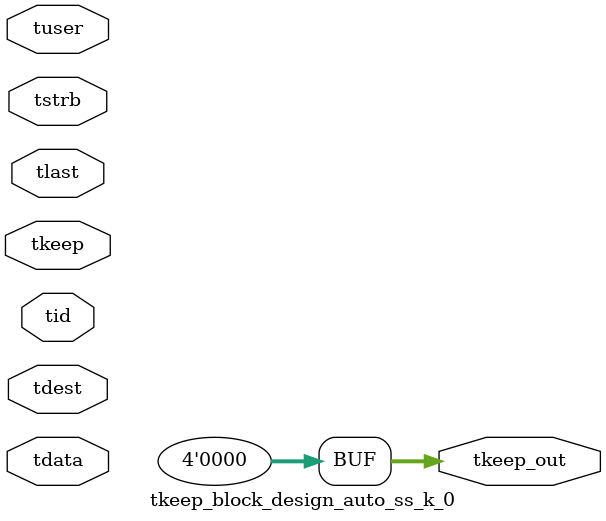
<source format=v>


`timescale 1ps/1ps

module tkeep_block_design_auto_ss_k_0 #
(
parameter C_S_AXIS_TDATA_WIDTH = 32,
parameter C_S_AXIS_TUSER_WIDTH = 0,
parameter C_S_AXIS_TID_WIDTH   = 0,
parameter C_S_AXIS_TDEST_WIDTH = 0,
parameter C_M_AXIS_TDATA_WIDTH = 32
)
(
input  [(C_S_AXIS_TDATA_WIDTH == 0 ? 1 : C_S_AXIS_TDATA_WIDTH)-1:0     ] tdata,
input  [(C_S_AXIS_TUSER_WIDTH == 0 ? 1 : C_S_AXIS_TUSER_WIDTH)-1:0     ] tuser,
input  [(C_S_AXIS_TID_WIDTH   == 0 ? 1 : C_S_AXIS_TID_WIDTH)-1:0       ] tid,
input  [(C_S_AXIS_TDEST_WIDTH == 0 ? 1 : C_S_AXIS_TDEST_WIDTH)-1:0     ] tdest,
input  [(C_S_AXIS_TDATA_WIDTH/8)-1:0 ] tkeep,
input  [(C_S_AXIS_TDATA_WIDTH/8)-1:0 ] tstrb,
input                                                                    tlast,
output [(C_M_AXIS_TDATA_WIDTH/8)-1:0 ] tkeep_out
);

assign tkeep_out = {1'b0};

endmodule


</source>
